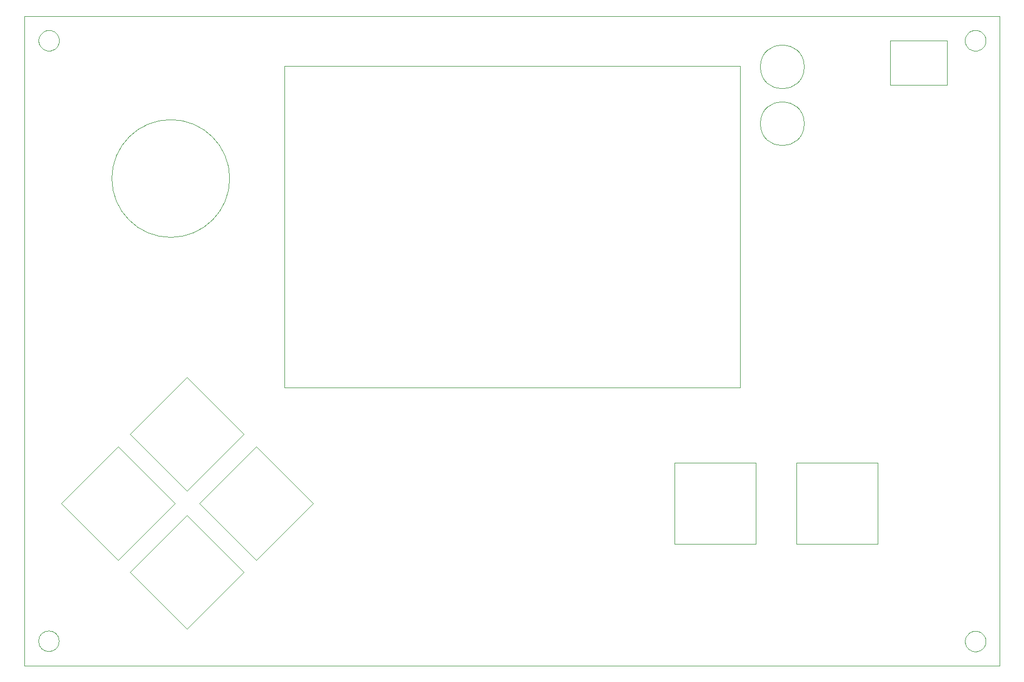
<source format=gbr>
G04 DipTrace 2.4.0.2*
%INTopCase.gbr*%
%MOIN*%
%ADD16C,0.0013*%
%ADD17C,0.0*%
%FSLAX44Y44*%
G04*
G70*
G90*
G75*
G01*
%LNTop Case*%
%LPD*%
X9315Y33940D2*
D16*
G02X9315Y33940I3625J0D01*
G01*
X13940Y21690D2*
D17*
X10440Y18190D1*
X13940Y14690D1*
X17440Y18190D1*
X13940Y21690D1*
X19930Y40850D2*
D16*
X47980D1*
Y21080D1*
X19930D1*
Y40850D1*
X4810Y5442D2*
G02X4810Y5442I633J0D01*
G01*
X61805Y5440D2*
X61807Y5484D1*
X61811Y5528D1*
X61819Y5571D1*
X61830Y5614D1*
X61843Y5655D1*
X61860Y5696D1*
X61879Y5736D1*
X61901Y5774D1*
X61926Y5810D1*
X61954Y5845D1*
X61983Y5878D1*
X62015Y5908D1*
X62049Y5936D1*
X62085Y5962D1*
X62123Y5986D1*
X62162Y6006D1*
X62202Y6024D1*
X62244Y6039D1*
X62286Y6051D1*
X62330Y6060D1*
X62374Y6067D1*
X62418Y6070D1*
X62462D1*
X62506Y6067D1*
X62550Y6060D1*
X62594Y6051D1*
X62636Y6039D1*
X62678Y6024D1*
X62718Y6006D1*
X62757Y5986D1*
X62795Y5962D1*
X62831Y5936D1*
X62865Y5908D1*
X62897Y5878D1*
X62926Y5845D1*
X62954Y5810D1*
X62979Y5774D1*
X63001Y5736D1*
X63020Y5696D1*
X63037Y5655D1*
X63050Y5614D1*
X63061Y5571D1*
X63069Y5528D1*
X63073Y5484D1*
X63075Y5440D1*
X63073Y5396D1*
X63069Y5352D1*
X63061Y5309D1*
X63050Y5266D1*
X63037Y5225D1*
X63020Y5184D1*
X63001Y5144D1*
X62979Y5106D1*
X62954Y5070D1*
X62926Y5035D1*
X62897Y5002D1*
X62865Y4972D1*
X62831Y4944D1*
X62795Y4918D1*
X62757Y4894D1*
X62718Y4874D1*
X62678Y4856D1*
X62636Y4841D1*
X62594Y4829D1*
X62550Y4820D1*
X62506Y4813D1*
X62462Y4810D1*
X62418D1*
X62374Y4813D1*
X62330Y4820D1*
X62286Y4829D1*
X62244Y4841D1*
X62202Y4856D1*
X62162Y4874D1*
X62123Y4894D1*
X62085Y4918D1*
X62049Y4944D1*
X62015Y4972D1*
X61983Y5002D1*
X61954Y5035D1*
X61926Y5070D1*
X61901Y5106D1*
X61879Y5144D1*
X61860Y5184D1*
X61843Y5225D1*
X61830Y5266D1*
X61819Y5309D1*
X61811Y5352D1*
X61807Y5396D1*
X61805Y5440D1*
X61800Y42440D2*
X61802Y42484D1*
X61806Y42528D1*
X61814Y42572D1*
X61825Y42615D1*
X61839Y42657D1*
X61855Y42698D1*
X61875Y42738D1*
X61897Y42776D1*
X61922Y42813D1*
X61950Y42848D1*
X61980Y42881D1*
X62012Y42912D1*
X62046Y42940D1*
X62082Y42966D1*
X62120Y42990D1*
X62159Y43011D1*
X62200Y43029D1*
X62242Y43044D1*
X62285Y43056D1*
X62329Y43065D1*
X62373Y43072D1*
X62418Y43075D1*
X62462D1*
X62507Y43072D1*
X62551Y43065D1*
X62595Y43056D1*
X62638Y43044D1*
X62680Y43029D1*
X62721Y43011D1*
X62760Y42990D1*
X62798Y42966D1*
X62834Y42940D1*
X62868Y42912D1*
X62900Y42881D1*
X62930Y42848D1*
X62958Y42813D1*
X62983Y42776D1*
X63005Y42738D1*
X63025Y42698D1*
X63041Y42657D1*
X63055Y42615D1*
X63066Y42572D1*
X63074Y42528D1*
X63078Y42484D1*
X63080Y42440D1*
X63078Y42396D1*
X63074Y42352D1*
X63066Y42308D1*
X63055Y42265D1*
X63041Y42223D1*
X63025Y42182D1*
X63005Y42142D1*
X62983Y42104D1*
X62958Y42067D1*
X62930Y42032D1*
X62900Y41999D1*
X62868Y41968D1*
X62834Y41940D1*
X62798Y41914D1*
X62760Y41890D1*
X62721Y41869D1*
X62680Y41851D1*
X62638Y41836D1*
X62595Y41824D1*
X62551Y41815D1*
X62507Y41808D1*
X62462Y41805D1*
X62418D1*
X62373Y41808D1*
X62329Y41815D1*
X62285Y41824D1*
X62242Y41836D1*
X62200Y41851D1*
X62159Y41869D1*
X62120Y41890D1*
X62082Y41914D1*
X62046Y41940D1*
X62012Y41968D1*
X61980Y41999D1*
X61950Y42032D1*
X61922Y42067D1*
X61897Y42104D1*
X61875Y42142D1*
X61855Y42182D1*
X61839Y42223D1*
X61825Y42265D1*
X61814Y42308D1*
X61806Y42352D1*
X61802Y42396D1*
X61800Y42440D1*
X4810D2*
X4812Y42484D1*
X4816Y42528D1*
X4824Y42572D1*
X4834Y42615D1*
X4848Y42657D1*
X4864Y42698D1*
X4884Y42738D1*
X4906Y42776D1*
X4930Y42813D1*
X4957Y42848D1*
X4987Y42881D1*
X5018Y42912D1*
X5052Y42940D1*
X5088Y42966D1*
X5125Y42990D1*
X5164Y43011D1*
X5204Y43029D1*
X5245Y43044D1*
X5288Y43056D1*
X5331Y43065D1*
X5374Y43072D1*
X5418Y43075D1*
X5462D1*
X5506Y43072D1*
X5549Y43065D1*
X5592Y43056D1*
X5635Y43044D1*
X5676Y43029D1*
X5716Y43011D1*
X5755Y42990D1*
X5792Y42966D1*
X5828Y42940D1*
X5862Y42912D1*
X5893Y42881D1*
X5923Y42848D1*
X5950Y42813D1*
X5974Y42776D1*
X5996Y42738D1*
X6016Y42698D1*
X6032Y42657D1*
X6046Y42615D1*
X6056Y42572D1*
X6064Y42528D1*
X6068Y42484D1*
X6070Y42440D1*
X6068Y42396D1*
X6064Y42352D1*
X6056Y42308D1*
X6046Y42265D1*
X6032Y42223D1*
X6016Y42182D1*
X5996Y42142D1*
X5974Y42104D1*
X5950Y42067D1*
X5923Y42032D1*
X5893Y41999D1*
X5862Y41968D1*
X5828Y41940D1*
X5792Y41914D1*
X5755Y41890D1*
X5716Y41869D1*
X5676Y41851D1*
X5635Y41836D1*
X5592Y41824D1*
X5549Y41815D1*
X5506Y41808D1*
X5462Y41805D1*
X5418D1*
X5374Y41808D1*
X5331Y41815D1*
X5288Y41824D1*
X5245Y41836D1*
X5204Y41851D1*
X5164Y41869D1*
X5125Y41890D1*
X5088Y41914D1*
X5052Y41940D1*
X5018Y41968D1*
X4987Y41999D1*
X4957Y42032D1*
X4930Y42067D1*
X4906Y42104D1*
X4884Y42142D1*
X4864Y42182D1*
X4848Y42223D1*
X4834Y42265D1*
X4824Y42308D1*
X4816Y42352D1*
X4812Y42396D1*
X4810Y42440D1*
X49215Y40815D2*
G02X49215Y40815I1350J0D01*
G01*
X3940Y43940D2*
X63940D1*
Y3940D1*
X3940D1*
Y43940D1*
X18190Y17440D2*
D17*
X14690Y13940D1*
X18190Y10440D1*
X21690Y13940D1*
X18190Y17440D1*
X13940Y13190D2*
X10440Y9690D1*
X13940Y6190D1*
X17440Y9690D1*
X13940Y13190D1*
X9690Y17440D2*
X6190Y13940D1*
X9690Y10440D1*
X13190Y13940D1*
X9690Y17440D1*
X43940Y16440D2*
D16*
X48940D1*
Y11440D1*
X43940D1*
Y16440D1*
X51440D2*
X56440D1*
Y11440D1*
X51440D1*
Y16440D1*
X49215Y37315D2*
G02X49215Y37315I1350J0D01*
G01*
X57190Y42440D2*
X60690D1*
Y39690D1*
X57190D1*
Y42440D1*
M02*

</source>
